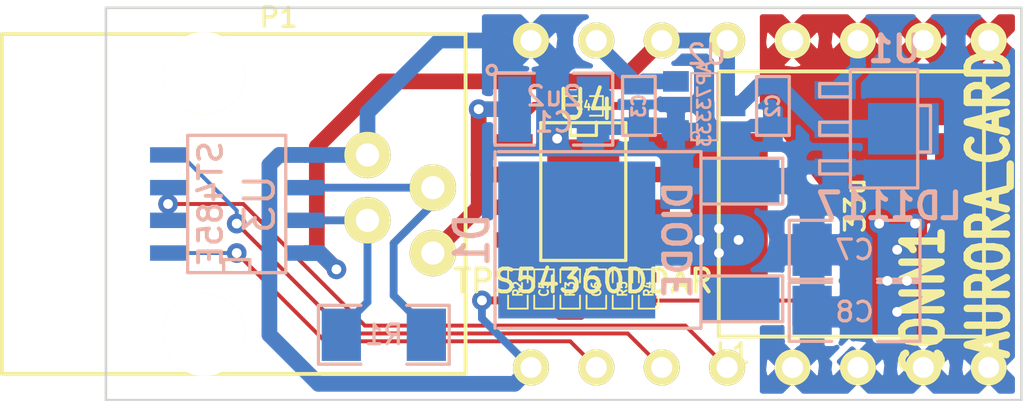
<source format=kicad_pcb>
(kicad_pcb (version 3) (host pcbnew "(2013-jul-07)-stable")

  (general
    (links 57)
    (no_connects 0)
    (area 183.692599 138.8316 224.950892 158.800001)
    (thickness 1.6)
    (drawings 4)
    (tracks 135)
    (zones 0)
    (modules 21)
    (nets 17)
  )

  (page A3)
  (layers
    (15 F.Cu signal)
    (0 B.Cu signal)
    (16 B.Adhes user)
    (17 F.Adhes user)
    (18 B.Paste user)
    (19 F.Paste user)
    (20 B.SilkS user)
    (21 F.SilkS user)
    (22 B.Mask user)
    (23 F.Mask user)
    (24 Dwgs.User user)
    (25 Cmts.User user)
    (26 Eco1.User user)
    (27 Eco2.User user)
    (28 Edge.Cuts user)
  )

  (setup
    (last_trace_width 0.61)
    (user_trace_width 0.305)
    (user_trace_width 0.61)
    (user_trace_width 2)
    (trace_clearance 0.1524)
    (zone_clearance 0.2)
    (zone_45_only no)
    (trace_min 0.1524)
    (segment_width 0.2)
    (edge_width 0.1)
    (via_size 0.762)
    (via_drill 0.381)
    (via_min_size 0.762)
    (via_min_drill 0.381)
    (uvia_size 0.508)
    (uvia_drill 0.127)
    (uvias_allowed no)
    (uvia_min_size 0.508)
    (uvia_min_drill 0.127)
    (pcb_text_width 0.3)
    (pcb_text_size 1.5 1.5)
    (mod_edge_width 0.15)
    (mod_text_size 1 1)
    (mod_text_width 0.15)
    (pad_size 1.5 1.5)
    (pad_drill 0.6)
    (pad_to_mask_clearance 0)
    (aux_axis_origin 0 0)
    (visible_elements FFFFFFBF)
    (pcbplotparams
      (layerselection 284196865)
      (usegerberextensions true)
      (excludeedgelayer true)
      (linewidth 0.150000)
      (plotframeref false)
      (viasonmask false)
      (mode 1)
      (useauxorigin false)
      (hpglpennumber 1)
      (hpglpenspeed 20)
      (hpglpendiameter 15)
      (hpglpenoverlay 2)
      (psnegative false)
      (psa4output false)
      (plotreference true)
      (plotvalue true)
      (plotothertext true)
      (plotinvisibletext false)
      (padsonsilk false)
      (subtractmaskfromsilk false)
      (outputformat 1)
      (mirror false)
      (drillshape 0)
      (scaleselection 1)
      (outputdirectory gerber/))
  )

  (net 0 "")
  (net 1 +12V)
  (net 2 +3.3V)
  (net 3 +5V)
  (net 4 /48V)
  (net 5 GND)
  (net 6 N-0000010)
  (net 7 N-0000012)
  (net 8 N-0000013)
  (net 9 N-0000015)
  (net 10 N-0000016)
  (net 11 N-0000017)
  (net 12 N-000003)
  (net 13 N-000004)
  (net 14 N-000006)
  (net 15 N-000008)
  (net 16 N-000009)

  (net_class Default "This is the default net class."
    (clearance 0.1524)
    (trace_width 0.1524)
    (via_dia 0.762)
    (via_drill 0.381)
    (uvia_dia 0.508)
    (uvia_drill 0.127)
    (add_net "")
    (add_net +12V)
    (add_net +3.3V)
    (add_net +5V)
    (add_net /48V)
    (add_net GND)
    (add_net N-0000010)
    (add_net N-0000012)
    (add_net N-0000013)
    (add_net N-0000015)
    (add_net N-0000016)
    (add_net N-0000017)
    (add_net N-000003)
    (add_net N-000004)
    (add_net N-000006)
    (add_net N-000008)
    (add_net N-000009)
  )

  (module SOT23 (layer B.Cu) (tedit 5051A6D7) (tstamp 52CAB8DF)
    (at 211.201 147.32 90)
    (tags SOT23)
    (path /52CAB3D0)
    (fp_text reference U2 (at 1.99898 0.09906 360) (layer B.SilkS)
      (effects (font (size 0.762 0.762) (thickness 0.11938)) (justify mirror))
    )
    (fp_text value AP73333 (at 0.0635 0 90) (layer B.SilkS)
      (effects (font (size 0.50038 0.50038) (thickness 0.09906)) (justify mirror))
    )
    (fp_circle (center -1.17602 -0.35052) (end -1.30048 -0.44958) (layer B.SilkS) (width 0.07874))
    (fp_line (start 1.27 0.508) (end 1.27 -0.508) (layer B.SilkS) (width 0.07874))
    (fp_line (start -1.3335 0.508) (end -1.3335 -0.508) (layer B.SilkS) (width 0.07874))
    (fp_line (start 1.27 -0.508) (end -1.3335 -0.508) (layer B.SilkS) (width 0.07874))
    (fp_line (start -1.3335 0.508) (end 1.27 0.508) (layer B.SilkS) (width 0.07874))
    (pad 3 smd rect (at 0 1.09982 90) (size 0.8001 1.00076)
      (layers B.Cu B.Paste B.Mask)
      (net 3 +5V)
    )
    (pad 2 smd rect (at 0.9525 -1.09982 90) (size 0.8001 1.00076)
      (layers B.Cu B.Paste B.Mask)
      (net 2 +3.3V)
    )
    (pad 1 smd rect (at -0.9525 -1.09982 90) (size 0.8001 1.00076)
      (layers B.Cu B.Paste B.Mask)
      (net 5 GND)
    )
    (model smd\SOT23_3.wrl
      (at (xyz 0 0 0))
      (scale (xyz 0.4 0.4 0.4))
      (rotate (xyz 0 0 180))
    )
  )

  (module SO8E (layer B.Cu) (tedit 4F33A5C7) (tstamp 52CAB903)
    (at 193.04 151.13 90)
    (descr "module CMS SOJ 8 pins etroit")
    (tags "CMS SOJ")
    (path /52CAB0FD)
    (attr smd)
    (fp_text reference U3 (at 0 0.889 90) (layer B.SilkS)
      (effects (font (size 1.143 1.143) (thickness 0.1524)) (justify mirror))
    )
    (fp_text value ST485E (at 0 -1.016 90) (layer B.SilkS)
      (effects (font (size 0.889 0.889) (thickness 0.1524)) (justify mirror))
    )
    (fp_line (start -2.667 -1.778) (end -2.667 -1.905) (layer B.SilkS) (width 0.127))
    (fp_line (start -2.667 -1.905) (end 2.667 -1.905) (layer B.SilkS) (width 0.127))
    (fp_line (start 2.667 1.905) (end -2.667 1.905) (layer B.SilkS) (width 0.127))
    (fp_line (start -2.667 1.905) (end -2.667 -1.778) (layer B.SilkS) (width 0.127))
    (fp_line (start -2.667 0.508) (end -2.159 0.508) (layer B.SilkS) (width 0.127))
    (fp_line (start -2.159 0.508) (end -2.159 -0.508) (layer B.SilkS) (width 0.127))
    (fp_line (start -2.159 -0.508) (end -2.667 -0.508) (layer B.SilkS) (width 0.127))
    (fp_line (start 2.667 1.905) (end 2.667 -1.905) (layer B.SilkS) (width 0.127))
    (pad 8 smd rect (at -1.905 2.667 90) (size 0.59944 1.39954)
      (layers B.Cu B.Paste B.Mask)
      (net 3 +5V)
    )
    (pad 1 smd rect (at -1.905 -2.667 90) (size 0.59944 1.39954)
      (layers B.Cu B.Paste B.Mask)
      (net 12 N-000003)
    )
    (pad 7 smd rect (at -0.635 2.667 90) (size 0.59944 1.39954)
      (layers B.Cu B.Paste B.Mask)
      (net 14 N-000006)
    )
    (pad 6 smd rect (at 0.635 2.667 90) (size 0.59944 1.39954)
      (layers B.Cu B.Paste B.Mask)
      (net 11 N-0000017)
    )
    (pad 5 smd rect (at 1.905 2.667 90) (size 0.59944 1.39954)
      (layers B.Cu B.Paste B.Mask)
      (net 5 GND)
    )
    (pad 2 smd rect (at -0.635 -2.667 90) (size 0.59944 1.39954)
      (layers B.Cu B.Paste B.Mask)
      (net 13 N-000004)
    )
    (pad 3 smd rect (at 0.635 -2.667 90) (size 0.59944 1.39954)
      (layers B.Cu B.Paste B.Mask)
      (net 13 N-000004)
    )
    (pad 4 smd rect (at 1.905 -2.667 90) (size 0.59944 1.39954)
      (layers B.Cu B.Paste B.Mask)
      (net 15 N-000008)
    )
    (model smd/cms_so8.wrl
      (at (xyz 0 0 0))
      (scale (xyz 0.5 0.32 0.5))
      (rotate (xyz 0 0 0))
    )
  )

  (module SO8_WITH_EP (layer F.Cu) (tedit 4F33A7F1) (tstamp 52CAB917)
    (at 206.502 150.622 270)
    (descr "SO8 with exposed pad")
    (tags "SMD SO8")
    (path /51CE9211)
    (attr smd)
    (fp_text reference U4 (at -3.35026 -0.09906 360) (layer F.SilkS)
      (effects (font (size 1.143 1.143) (thickness 0.1524)))
    )
    (fp_text value TPS54360DDAR (at 3.50012 0 360) (layer F.SilkS)
      (effects (font (size 0.889 0.889) (thickness 0.1524)))
    )
    (fp_line (start 2.70002 1.651) (end -2.64922 1.651) (layer F.SilkS) (width 0.127))
    (fp_line (start -2.64922 -1.651) (end 2.70002 -1.651) (layer F.SilkS) (width 0.127))
    (fp_line (start 2.70002 -1.651) (end 2.70002 1.651) (layer F.SilkS) (width 0.127))
    (fp_line (start -2.64922 -1.651) (end -2.64922 1.651) (layer F.SilkS) (width 0.127))
    (fp_line (start -2.667 -0.508) (end -2.159 -0.508) (layer F.SilkS) (width 0.127))
    (fp_line (start -2.159 -0.508) (end -2.159 0.508) (layer F.SilkS) (width 0.127))
    (fp_line (start -2.159 0.508) (end -2.667 0.508) (layer F.SilkS) (width 0.127))
    (pad 8 smd rect (at -1.905 -2.667 270) (size 0.59944 1.39954)
      (layers F.Cu F.Paste F.Mask)
      (net 10 N-0000016)
    )
    (pad 1 smd rect (at -1.905 2.667 270) (size 0.59944 1.39954)
      (layers F.Cu F.Paste F.Mask)
      (net 9 N-0000015)
    )
    (pad 7 smd rect (at -0.635 -2.667 270) (size 0.59944 1.39954)
      (layers F.Cu F.Paste F.Mask)
      (net 5 GND)
    )
    (pad 6 smd rect (at 0.635 -2.667 270) (size 0.59944 1.39954)
      (layers F.Cu F.Paste F.Mask)
      (net 8 N-0000013)
    )
    (pad 5 smd rect (at 1.905 -2.667 270) (size 0.59944 1.39954)
      (layers F.Cu F.Paste F.Mask)
      (net 7 N-0000012)
    )
    (pad 2 smd rect (at -0.635 2.667 270) (size 0.59944 1.39954)
      (layers F.Cu F.Paste F.Mask)
      (net 4 /48V)
    )
    (pad 3 smd rect (at 0.635 2.667 270) (size 0.59944 1.39954)
      (layers F.Cu F.Paste F.Mask)
    )
    (pad 4 smd rect (at 1.905 2.667 270) (size 0.59944 1.39954)
      (layers F.Cu F.Paste F.Mask)
      (net 6 N-0000010)
    )
    (pad 9 smd rect (at 0 0 270) (size 4.0005 2.79908)
      (layers F.Cu F.Paste F.Mask)
      (net 5 GND)
    )
    (model smd/cms_so8.wrl
      (at (xyz 0 0 0))
      (scale (xyz 0.5 0.32 0.5))
      (rotate (xyz 0 0 0))
    )
  )

  (module SM1210 (layer B.Cu) (tedit 42806E94) (tstamp 52CAB924)
    (at 205.359 147.447)
    (tags "CMS SM")
    (path /51CE927E)
    (attr smd)
    (fp_text reference C1 (at 0 0.508) (layer B.SilkS)
      (effects (font (size 0.762 0.762) (thickness 0.127)) (justify mirror))
    )
    (fp_text value 2u2 (at 0 -0.508) (layer B.SilkS)
      (effects (font (size 0.762 0.762) (thickness 0.127)) (justify mirror))
    )
    (fp_circle (center -2.413 -1.524) (end -2.286 -1.397) (layer B.SilkS) (width 0.127))
    (fp_line (start -0.762 1.397) (end -2.286 1.397) (layer B.SilkS) (width 0.127))
    (fp_line (start -2.286 1.397) (end -2.286 -1.397) (layer B.SilkS) (width 0.127))
    (fp_line (start -2.286 -1.397) (end -0.762 -1.397) (layer B.SilkS) (width 0.127))
    (fp_line (start 0.762 -1.397) (end 2.286 -1.397) (layer B.SilkS) (width 0.127))
    (fp_line (start 2.286 -1.397) (end 2.286 1.397) (layer B.SilkS) (width 0.127))
    (fp_line (start 2.286 1.397) (end 0.762 1.397) (layer B.SilkS) (width 0.127))
    (pad 1 smd rect (at -1.524 0) (size 1.27 2.54)
      (layers B.Cu B.Paste B.Mask)
      (net 4 /48V)
    )
    (pad 2 smd rect (at 1.524 0) (size 1.27 2.54)
      (layers B.Cu B.Paste B.Mask)
      (net 5 GND)
    )
    (model smd/chip_cms.wrl
      (at (xyz 0 0 0))
      (scale (xyz 0.17 0.2 0.17))
      (rotate (xyz 0 0 0))
    )
  )

  (module SM1206 (layer B.Cu) (tedit 42806E24) (tstamp 52CAB930)
    (at 198.755 156.21)
    (path /52CAAE2F)
    (attr smd)
    (fp_text reference R1 (at 0 0) (layer B.SilkS)
      (effects (font (size 0.762 0.762) (thickness 0.127)) (justify mirror))
    )
    (fp_text value 120R (at 0 0) (layer B.SilkS) hide
      (effects (font (size 0.762 0.762) (thickness 0.127)) (justify mirror))
    )
    (fp_line (start -2.54 1.143) (end -2.54 -1.143) (layer B.SilkS) (width 0.127))
    (fp_line (start -2.54 -1.143) (end -0.889 -1.143) (layer B.SilkS) (width 0.127))
    (fp_line (start 0.889 1.143) (end 2.54 1.143) (layer B.SilkS) (width 0.127))
    (fp_line (start 2.54 1.143) (end 2.54 -1.143) (layer B.SilkS) (width 0.127))
    (fp_line (start 2.54 -1.143) (end 0.889 -1.143) (layer B.SilkS) (width 0.127))
    (fp_line (start -0.889 1.143) (end -2.54 1.143) (layer B.SilkS) (width 0.127))
    (pad 1 smd rect (at -1.651 0) (size 1.524 2.032)
      (layers B.Cu B.Paste B.Mask)
      (net 14 N-000006)
    )
    (pad 2 smd rect (at 1.651 0) (size 1.524 2.032)
      (layers B.Cu B.Paste B.Mask)
      (net 11 N-0000017)
    )
    (model smd/chip_cms.wrl
      (at (xyz 0 0 0))
      (scale (xyz 0.17 0.16 0.16))
      (rotate (xyz 0 0 0))
    )
  )

  (module SM1206 (layer B.Cu) (tedit 42806E24) (tstamp 52CAD10F)
    (at 217.043 155.321 180)
    (path /51CE973A)
    (attr smd)
    (fp_text reference C8 (at 0 0 180) (layer B.SilkS)
      (effects (font (size 0.762 0.762) (thickness 0.127)) (justify mirror))
    )
    (fp_text value 10u (at 0 0 180) (layer B.SilkS) hide
      (effects (font (size 0.762 0.762) (thickness 0.127)) (justify mirror))
    )
    (fp_line (start -2.54 1.143) (end -2.54 -1.143) (layer B.SilkS) (width 0.127))
    (fp_line (start -2.54 -1.143) (end -0.889 -1.143) (layer B.SilkS) (width 0.127))
    (fp_line (start 0.889 1.143) (end 2.54 1.143) (layer B.SilkS) (width 0.127))
    (fp_line (start 2.54 1.143) (end 2.54 -1.143) (layer B.SilkS) (width 0.127))
    (fp_line (start 2.54 -1.143) (end 0.889 -1.143) (layer B.SilkS) (width 0.127))
    (fp_line (start -0.889 1.143) (end -2.54 1.143) (layer B.SilkS) (width 0.127))
    (pad 1 smd rect (at -1.651 0 180) (size 1.524 2.032)
      (layers B.Cu B.Paste B.Mask)
      (net 1 +12V)
    )
    (pad 2 smd rect (at 1.651 0 180) (size 1.524 2.032)
      (layers B.Cu B.Paste B.Mask)
      (net 5 GND)
    )
    (model smd/chip_cms.wrl
      (at (xyz 0 0 0))
      (scale (xyz 0.17 0.16 0.16))
      (rotate (xyz 0 0 0))
    )
  )

  (module SM1206 (layer B.Cu) (tedit 42806E24) (tstamp 52CAD11C)
    (at 217.043 152.908 180)
    (path /51CE9442)
    (attr smd)
    (fp_text reference C7 (at 0 0 180) (layer B.SilkS)
      (effects (font (size 0.762 0.762) (thickness 0.127)) (justify mirror))
    )
    (fp_text value 10u (at 0 0 180) (layer B.SilkS) hide
      (effects (font (size 0.762 0.762) (thickness 0.127)) (justify mirror))
    )
    (fp_line (start -2.54 1.143) (end -2.54 -1.143) (layer B.SilkS) (width 0.127))
    (fp_line (start -2.54 -1.143) (end -0.889 -1.143) (layer B.SilkS) (width 0.127))
    (fp_line (start 0.889 1.143) (end 2.54 1.143) (layer B.SilkS) (width 0.127))
    (fp_line (start 2.54 1.143) (end 2.54 -1.143) (layer B.SilkS) (width 0.127))
    (fp_line (start 2.54 -1.143) (end 0.889 -1.143) (layer B.SilkS) (width 0.127))
    (fp_line (start -0.889 1.143) (end -2.54 1.143) (layer B.SilkS) (width 0.127))
    (pad 1 smd rect (at -1.651 0 180) (size 1.524 2.032)
      (layers B.Cu B.Paste B.Mask)
      (net 1 +12V)
    )
    (pad 2 smd rect (at 1.651 0 180) (size 1.524 2.032)
      (layers B.Cu B.Paste B.Mask)
      (net 5 GND)
    )
    (model smd/chip_cms.wrl
      (at (xyz 0 0 0))
      (scale (xyz 0.17 0.16 0.16))
      (rotate (xyz 0 0 0))
    )
  )

  (module SM0603 (layer B.Cu) (tedit 4E43A3D1) (tstamp 52CAB952)
    (at 213.868 147.32 270)
    (path /52CAB636)
    (attr smd)
    (fp_text reference C2 (at 0 0 270) (layer B.SilkS)
      (effects (font (size 0.508 0.4572) (thickness 0.1143)) (justify mirror))
    )
    (fp_text value 2u2 (at 0 0 270) (layer B.SilkS) hide
      (effects (font (size 0.508 0.4572) (thickness 0.1143)) (justify mirror))
    )
    (fp_line (start -1.143 0.635) (end 1.143 0.635) (layer B.SilkS) (width 0.127))
    (fp_line (start 1.143 0.635) (end 1.143 -0.635) (layer B.SilkS) (width 0.127))
    (fp_line (start 1.143 -0.635) (end -1.143 -0.635) (layer B.SilkS) (width 0.127))
    (fp_line (start -1.143 -0.635) (end -1.143 0.635) (layer B.SilkS) (width 0.127))
    (pad 1 smd rect (at -0.762 0 270) (size 0.635 1.143)
      (layers B.Cu B.Paste B.Mask)
      (net 3 +5V)
    )
    (pad 2 smd rect (at 0.762 0 270) (size 0.635 1.143)
      (layers B.Cu B.Paste B.Mask)
      (net 5 GND)
    )
    (model smd\resistors\R0603.wrl
      (at (xyz 0 0 0.001))
      (scale (xyz 0.5 0.5 0.5))
      (rotate (xyz 0 0 0))
    )
  )

  (module SM0603 (layer B.Cu) (tedit 4E43A3D1) (tstamp 52CADAF7)
    (at 208.661 147.32 270)
    (path /52CAB629)
    (attr smd)
    (fp_text reference C3 (at 0 0 270) (layer B.SilkS)
      (effects (font (size 0.508 0.4572) (thickness 0.1143)) (justify mirror))
    )
    (fp_text value 1u (at 0 0 270) (layer B.SilkS) hide
      (effects (font (size 0.508 0.4572) (thickness 0.1143)) (justify mirror))
    )
    (fp_line (start -1.143 0.635) (end 1.143 0.635) (layer B.SilkS) (width 0.127))
    (fp_line (start 1.143 0.635) (end 1.143 -0.635) (layer B.SilkS) (width 0.127))
    (fp_line (start 1.143 -0.635) (end -1.143 -0.635) (layer B.SilkS) (width 0.127))
    (fp_line (start -1.143 -0.635) (end -1.143 0.635) (layer B.SilkS) (width 0.127))
    (pad 1 smd rect (at -0.762 0 270) (size 0.635 1.143)
      (layers B.Cu B.Paste B.Mask)
      (net 2 +3.3V)
    )
    (pad 2 smd rect (at 0.762 0 270) (size 0.635 1.143)
      (layers B.Cu B.Paste B.Mask)
      (net 5 GND)
    )
    (model smd\resistors\R0603.wrl
      (at (xyz 0 0 0.001))
      (scale (xyz 0.5 0.5 0.5))
      (rotate (xyz 0 0 0))
    )
  )

  (module SM0402 (layer F.Cu) (tedit 50A4E0BA) (tstamp 52CAB968)
    (at 208.026 154.432 270)
    (path /51CE9411)
    (attr smd)
    (fp_text reference R5 (at 0 0 270) (layer F.SilkS)
      (effects (font (size 0.35052 0.3048) (thickness 0.07112)))
    )
    (fp_text value 10k2 (at 0.09906 0 270) (layer F.SilkS) hide
      (effects (font (size 0.35052 0.3048) (thickness 0.07112)))
    )
    (fp_line (start -0.254 -0.381) (end -0.762 -0.381) (layer F.SilkS) (width 0.07112))
    (fp_line (start -0.762 -0.381) (end -0.762 0.381) (layer F.SilkS) (width 0.07112))
    (fp_line (start -0.762 0.381) (end -0.254 0.381) (layer F.SilkS) (width 0.07112))
    (fp_line (start 0.254 -0.381) (end 0.762 -0.381) (layer F.SilkS) (width 0.07112))
    (fp_line (start 0.762 -0.381) (end 0.762 0.381) (layer F.SilkS) (width 0.07112))
    (fp_line (start 0.762 0.381) (end 0.254 0.381) (layer F.SilkS) (width 0.07112))
    (pad 1 smd rect (at -0.44958 0 270) (size 0.39878 0.59944)
      (layers F.Cu F.Paste F.Mask)
      (net 7 N-0000012)
    )
    (pad 2 smd rect (at 0.44958 0 270) (size 0.39878 0.59944)
      (layers F.Cu F.Paste F.Mask)
      (net 5 GND)
    )
    (model smd\chip_cms.wrl
      (at (xyz 0 0 0.002))
      (scale (xyz 0.05 0.05 0.05))
      (rotate (xyz 0 0 0))
    )
  )

  (module SM0402 (layer F.Cu) (tedit 50A4E0BA) (tstamp 52CAB980)
    (at 209.042 154.432 90)
    (path /51CE9402)
    (attr smd)
    (fp_text reference R4 (at 0 0 90) (layer F.SilkS)
      (effects (font (size 0.35052 0.3048) (thickness 0.07112)))
    )
    (fp_text value 143k (at 0.09906 0 90) (layer F.SilkS) hide
      (effects (font (size 0.35052 0.3048) (thickness 0.07112)))
    )
    (fp_line (start -0.254 -0.381) (end -0.762 -0.381) (layer F.SilkS) (width 0.07112))
    (fp_line (start -0.762 -0.381) (end -0.762 0.381) (layer F.SilkS) (width 0.07112))
    (fp_line (start -0.762 0.381) (end -0.254 0.381) (layer F.SilkS) (width 0.07112))
    (fp_line (start 0.254 -0.381) (end 0.762 -0.381) (layer F.SilkS) (width 0.07112))
    (fp_line (start 0.762 -0.381) (end 0.762 0.381) (layer F.SilkS) (width 0.07112))
    (fp_line (start 0.762 0.381) (end 0.254 0.381) (layer F.SilkS) (width 0.07112))
    (pad 1 smd rect (at -0.44958 0 90) (size 0.39878 0.59944)
      (layers F.Cu F.Paste F.Mask)
      (net 1 +12V)
    )
    (pad 2 smd rect (at 0.44958 0 90) (size 0.39878 0.59944)
      (layers F.Cu F.Paste F.Mask)
      (net 7 N-0000012)
    )
    (model smd\chip_cms.wrl
      (at (xyz 0 0 0.002))
      (scale (xyz 0.05 0.05 0.05))
      (rotate (xyz 0 0 0))
    )
  )

  (module SM0402 (layer F.Cu) (tedit 50A4E0BA) (tstamp 52CAB98C)
    (at 203.962 154.432 270)
    (path /51CE936E)
    (attr smd)
    (fp_text reference R2 (at 0 0 270) (layer F.SilkS)
      (effects (font (size 0.35052 0.3048) (thickness 0.07112)))
    )
    (fp_text value 221k (at 0.09906 0 270) (layer F.SilkS) hide
      (effects (font (size 0.35052 0.3048) (thickness 0.07112)))
    )
    (fp_line (start -0.254 -0.381) (end -0.762 -0.381) (layer F.SilkS) (width 0.07112))
    (fp_line (start -0.762 -0.381) (end -0.762 0.381) (layer F.SilkS) (width 0.07112))
    (fp_line (start -0.762 0.381) (end -0.254 0.381) (layer F.SilkS) (width 0.07112))
    (fp_line (start 0.254 -0.381) (end 0.762 -0.381) (layer F.SilkS) (width 0.07112))
    (fp_line (start 0.762 -0.381) (end 0.762 0.381) (layer F.SilkS) (width 0.07112))
    (fp_line (start 0.762 0.381) (end 0.254 0.381) (layer F.SilkS) (width 0.07112))
    (pad 1 smd rect (at -0.44958 0 270) (size 0.39878 0.59944)
      (layers F.Cu F.Paste F.Mask)
      (net 6 N-0000010)
    )
    (pad 2 smd rect (at 0.44958 0 270) (size 0.39878 0.59944)
      (layers F.Cu F.Paste F.Mask)
      (net 5 GND)
    )
    (model smd\chip_cms.wrl
      (at (xyz 0 0 0.002))
      (scale (xyz 0.05 0.05 0.05))
      (rotate (xyz 0 0 0))
    )
  )

  (module SM0402 (layer F.Cu) (tedit 50A4E0BA) (tstamp 52CAB998)
    (at 207.01 154.432 270)
    (path /51CE9313)
    (attr smd)
    (fp_text reference C6 (at 0 0 270) (layer F.SilkS)
      (effects (font (size 0.35052 0.3048) (thickness 0.07112)))
    )
    (fp_text value 120p (at 0.09906 0 270) (layer F.SilkS) hide
      (effects (font (size 0.35052 0.3048) (thickness 0.07112)))
    )
    (fp_line (start -0.254 -0.381) (end -0.762 -0.381) (layer F.SilkS) (width 0.07112))
    (fp_line (start -0.762 -0.381) (end -0.762 0.381) (layer F.SilkS) (width 0.07112))
    (fp_line (start -0.762 0.381) (end -0.254 0.381) (layer F.SilkS) (width 0.07112))
    (fp_line (start 0.254 -0.381) (end 0.762 -0.381) (layer F.SilkS) (width 0.07112))
    (fp_line (start 0.762 -0.381) (end 0.762 0.381) (layer F.SilkS) (width 0.07112))
    (fp_line (start 0.762 0.381) (end 0.254 0.381) (layer F.SilkS) (width 0.07112))
    (pad 1 smd rect (at -0.44958 0 270) (size 0.39878 0.59944)
      (layers F.Cu F.Paste F.Mask)
      (net 8 N-0000013)
    )
    (pad 2 smd rect (at 0.44958 0 270) (size 0.39878 0.59944)
      (layers F.Cu F.Paste F.Mask)
      (net 5 GND)
    )
    (model smd\chip_cms.wrl
      (at (xyz 0 0 0.002))
      (scale (xyz 0.05 0.05 0.05))
      (rotate (xyz 0 0 0))
    )
  )

  (module SM0402 (layer F.Cu) (tedit 50A4E0BA) (tstamp 52CAB9A4)
    (at 204.978 154.432 270)
    (path /51CE9304)
    (attr smd)
    (fp_text reference C5 (at 0 0 270) (layer F.SilkS)
      (effects (font (size 0.35052 0.3048) (thickness 0.07112)))
    )
    (fp_text value 5n6 (at 0.09906 0 270) (layer F.SilkS) hide
      (effects (font (size 0.35052 0.3048) (thickness 0.07112)))
    )
    (fp_line (start -0.254 -0.381) (end -0.762 -0.381) (layer F.SilkS) (width 0.07112))
    (fp_line (start -0.762 -0.381) (end -0.762 0.381) (layer F.SilkS) (width 0.07112))
    (fp_line (start -0.762 0.381) (end -0.254 0.381) (layer F.SilkS) (width 0.07112))
    (fp_line (start 0.254 -0.381) (end 0.762 -0.381) (layer F.SilkS) (width 0.07112))
    (fp_line (start 0.762 -0.381) (end 0.762 0.381) (layer F.SilkS) (width 0.07112))
    (fp_line (start 0.762 0.381) (end 0.254 0.381) (layer F.SilkS) (width 0.07112))
    (pad 1 smd rect (at -0.44958 0 270) (size 0.39878 0.59944)
      (layers F.Cu F.Paste F.Mask)
      (net 16 N-000009)
    )
    (pad 2 smd rect (at 0.44958 0 270) (size 0.39878 0.59944)
      (layers F.Cu F.Paste F.Mask)
      (net 5 GND)
    )
    (model smd\chip_cms.wrl
      (at (xyz 0 0 0.002))
      (scale (xyz 0.05 0.05 0.05))
      (rotate (xyz 0 0 0))
    )
  )

  (module SM0402 (layer F.Cu) (tedit 50A4E0BA) (tstamp 52CAB9B0)
    (at 205.994 154.432 270)
    (path /51CE92F5)
    (attr smd)
    (fp_text reference R3 (at 0 0 270) (layer F.SilkS)
      (effects (font (size 0.35052 0.3048) (thickness 0.07112)))
    )
    (fp_text value 6K19 (at 0.09906 0 270) (layer F.SilkS) hide
      (effects (font (size 0.35052 0.3048) (thickness 0.07112)))
    )
    (fp_line (start -0.254 -0.381) (end -0.762 -0.381) (layer F.SilkS) (width 0.07112))
    (fp_line (start -0.762 -0.381) (end -0.762 0.381) (layer F.SilkS) (width 0.07112))
    (fp_line (start -0.762 0.381) (end -0.254 0.381) (layer F.SilkS) (width 0.07112))
    (fp_line (start 0.254 -0.381) (end 0.762 -0.381) (layer F.SilkS) (width 0.07112))
    (fp_line (start 0.762 -0.381) (end 0.762 0.381) (layer F.SilkS) (width 0.07112))
    (fp_line (start 0.762 0.381) (end 0.254 0.381) (layer F.SilkS) (width 0.07112))
    (pad 1 smd rect (at -0.44958 0 270) (size 0.39878 0.59944)
      (layers F.Cu F.Paste F.Mask)
      (net 8 N-0000013)
    )
    (pad 2 smd rect (at 0.44958 0 270) (size 0.39878 0.59944)
      (layers F.Cu F.Paste F.Mask)
      (net 16 N-000009)
    )
    (model smd\chip_cms.wrl
      (at (xyz 0 0 0.002))
      (scale (xyz 0.05 0.05 0.05))
      (rotate (xyz 0 0 0))
    )
  )

  (module SM0402 (layer F.Cu) (tedit 50A4E0BA) (tstamp 52CAB9BC)
    (at 206.502 147.32)
    (path /51CE92C2)
    (attr smd)
    (fp_text reference C4 (at 0 0) (layer F.SilkS)
      (effects (font (size 0.35052 0.3048) (thickness 0.07112)))
    )
    (fp_text value 100n (at 0.09906 0) (layer F.SilkS) hide
      (effects (font (size 0.35052 0.3048) (thickness 0.07112)))
    )
    (fp_line (start -0.254 -0.381) (end -0.762 -0.381) (layer F.SilkS) (width 0.07112))
    (fp_line (start -0.762 -0.381) (end -0.762 0.381) (layer F.SilkS) (width 0.07112))
    (fp_line (start -0.762 0.381) (end -0.254 0.381) (layer F.SilkS) (width 0.07112))
    (fp_line (start 0.254 -0.381) (end 0.762 -0.381) (layer F.SilkS) (width 0.07112))
    (fp_line (start 0.762 -0.381) (end 0.762 0.381) (layer F.SilkS) (width 0.07112))
    (fp_line (start 0.762 0.381) (end 0.254 0.381) (layer F.SilkS) (width 0.07112))
    (pad 1 smd rect (at -0.44958 0) (size 0.39878 0.59944)
      (layers F.Cu F.Paste F.Mask)
      (net 9 N-0000015)
    )
    (pad 2 smd rect (at 0.44958 0) (size 0.39878 0.59944)
      (layers F.Cu F.Paste F.Mask)
      (net 10 N-0000016)
    )
    (model smd\chip_cms.wrl
      (at (xyz 0 0 0.002))
      (scale (xyz 0.05 0.05 0.05))
      (rotate (xyz 0 0 0))
    )
  )

  (module MSS1210 (layer F.Cu) (tedit 51F0D498) (tstamp 52CAB9C6)
    (at 216.916 151.13 270)
    (path /51CE93F3)
    (fp_text reference L1 (at 5.8 4.6 540) (layer F.SilkS)
      (effects (font (size 0.762 0.762) (thickness 0.13)))
    )
    (fp_text value 33u (at 0.05 -0.15 270) (layer F.SilkS)
      (effects (font (size 0.762 0.762) (thickness 0.13)))
    )
    (fp_line (start -5.15 -5.15) (end 5.15 -5.15) (layer F.SilkS) (width 0.15))
    (fp_line (start 5.15 -5.15) (end 5.15 5.15) (layer F.SilkS) (width 0.15))
    (fp_line (start 5.15 5.15) (end -5.15 5.15) (layer F.SilkS) (width 0.15))
    (fp_line (start -5.15 5.15) (end -5.15 -5.15) (layer F.SilkS) (width 0.15))
    (pad 1 smd rect (at 0 4.75 270) (size 5.5 3)
      (layers F.Cu F.Paste F.Mask)
      (net 10 N-0000016)
    )
    (pad 2 smd rect (at 0 -4.75 270) (size 5.5 3)
      (layers F.Cu F.Paste F.Mask)
      (net 1 +12V)
    )
  )

  (module DPAK2 (layer B.Cu) (tedit 451BAACE) (tstamp 52CAD16E)
    (at 212.598 152.527 270)
    (descr "MOS boitier DPACK G-D-S")
    (tags "CMD DPACK")
    (path /51CE9396)
    (attr smd)
    (fp_text reference D1 (at 0 10.414 270) (layer B.SilkS)
      (effects (font (size 1.27 1.016) (thickness 0.2032)) (justify mirror))
    )
    (fp_text value DIODE (at 0 2.413 270) (layer B.SilkS)
      (effects (font (size 1.016 1.016) (thickness 0.2032)) (justify mirror))
    )
    (fp_line (start 1.397 1.524) (end 1.397 -1.651) (layer B.SilkS) (width 0.127))
    (fp_line (start 1.397 -1.651) (end 3.175 -1.651) (layer B.SilkS) (width 0.127))
    (fp_line (start 3.175 -1.651) (end 3.175 1.524) (layer B.SilkS) (width 0.127))
    (fp_line (start -3.175 1.524) (end -3.175 -1.651) (layer B.SilkS) (width 0.127))
    (fp_line (start -3.175 -1.651) (end -1.397 -1.651) (layer B.SilkS) (width 0.127))
    (fp_line (start -1.397 -1.651) (end -1.397 1.524) (layer B.SilkS) (width 0.127))
    (fp_line (start 3.429 7.62) (end 3.429 1.524) (layer B.SilkS) (width 0.127))
    (fp_line (start 3.429 1.524) (end -3.429 1.524) (layer B.SilkS) (width 0.127))
    (fp_line (start -3.429 1.524) (end -3.429 9.398) (layer B.SilkS) (width 0.127))
    (fp_line (start -3.429 9.525) (end 3.429 9.525) (layer B.SilkS) (width 0.127))
    (fp_line (start 3.429 9.398) (end 3.429 7.62) (layer B.SilkS) (width 0.127))
    (pad 1 smd rect (at -2.286 0 270) (size 1.651 3.048)
      (layers B.Cu B.Paste B.Mask)
      (net 5 GND)
    )
    (pad 2 smd rect (at 0 6.35 270) (size 6.096 6.096)
      (layers B.Cu B.Paste B.Mask)
      (net 10 N-0000016)
    )
    (pad 3 smd rect (at 2.286 0 270) (size 1.651 3.048)
      (layers B.Cu B.Paste B.Mask)
    )
    (model smd/dpack_2.wrl
      (at (xyz 0 0 0))
      (scale (xyz 1 1 1))
      (rotate (xyz 0 0 0))
    )
  )

  (module AURORA_CARD (layer F.Cu) (tedit 52C95AA5) (tstamp 52CAD0F1)
    (at 213.36 151.13)
    (descr "16 pins 0.5\" spacing")
    (tags AURORA)
    (path /52CAB429)
    (fp_text reference CONN1 (at 6.35 3.81 90) (layer F.SilkS)
      (effects (font (size 1.524 1.143) (thickness 0.28702)))
    )
    (fp_text value AURORA_CARD (at 8.89 0 90) (layer F.SilkS)
      (effects (font (size 1.524 1.143) (thickness 0.28702)))
    )
    (pad 1 thru_hole circle (at -8.89 6.35) (size 1.397 1.397) (drill 0.8128)
      (layers *.Cu *.Mask F.SilkS)
      (net 5 GND)
    )
    (pad 2 thru_hole circle (at -6.35 6.35) (size 1.397 1.397) (drill 0.8128)
      (layers *.Cu *.Mask F.SilkS)
      (net 12 N-000003)
    )
    (pad 3 thru_hole circle (at -3.81 6.35) (size 1.397 1.397) (drill 0.8128)
      (layers *.Cu *.Mask F.SilkS)
      (net 15 N-000008)
    )
    (pad 4 thru_hole circle (at -1.27 6.35) (size 1.397 1.397) (drill 0.8128)
      (layers *.Cu *.Mask F.SilkS)
      (net 13 N-000004)
    )
    (pad 5 thru_hole circle (at 1.27 6.35) (size 1.397 1.397) (drill 0.8128)
      (layers *.Cu *.Mask F.SilkS)
      (net 5 GND)
    )
    (pad 6 thru_hole circle (at 3.81 6.35) (size 1.397 1.397) (drill 0.8128)
      (layers *.Cu *.Mask F.SilkS)
      (net 5 GND)
    )
    (pad 7 thru_hole circle (at 6.35 6.35) (size 1.397 1.397) (drill 0.8128)
      (layers *.Cu *.Mask F.SilkS)
      (net 5 GND)
    )
    (pad 8 thru_hole circle (at 8.89 6.35) (size 1.397 1.397) (drill 0.8128)
      (layers *.Cu *.Mask F.SilkS)
      (net 5 GND)
    )
    (pad 9 thru_hole circle (at 8.89 -6.35) (size 1.397 1.397) (drill 0.8128)
      (layers *.Cu *.Mask F.SilkS)
      (net 1 +12V)
    )
    (pad 10 thru_hole circle (at 6.35 -6.35) (size 1.397 1.397) (drill 0.8128)
      (layers *.Cu *.Mask F.SilkS)
      (net 1 +12V)
    )
    (pad 11 thru_hole circle (at 3.81 -6.35) (size 1.397 1.397) (drill 0.8128)
      (layers *.Cu *.Mask F.SilkS)
      (net 1 +12V)
    )
    (pad 12 thru_hole circle (at 1.27 -6.35) (size 1.397 1.397) (drill 0.8128)
      (layers *.Cu *.Mask F.SilkS)
      (net 1 +12V)
    )
    (pad 13 thru_hole circle (at -1.27 -6.35) (size 1.397 1.397) (drill 0.8128)
      (layers *.Cu *.Mask F.SilkS)
      (net 3 +5V)
    )
    (pad 14 thru_hole circle (at -3.81 -6.35) (size 1.397 1.397) (drill 0.8128)
      (layers *.Cu *.Mask F.SilkS)
      (net 3 +5V)
    )
    (pad 15 thru_hole circle (at -6.35 -6.35) (size 1.397 1.397) (drill 0.8128)
      (layers *.Cu *.Mask F.SilkS)
      (net 2 +3.3V)
    )
    (pad 16 thru_hole circle (at -8.89 -6.35) (size 1.397 1.397) (drill 0.8128)
      (layers *.Cu *.Mask F.SilkS)
      (net 5 GND)
    )
    (model dil/dil_16.wrl
      (at (xyz 0 0 0))
      (scale (xyz 1 1 1))
      (rotate (xyz 0 0 0))
    )
  )

  (module Assman-6p4c (layer F.Cu) (tedit 51F0D3EB) (tstamp 52CAD821)
    (at 191.77 151.13 270)
    (path /51CE88DA)
    (fp_text reference P1 (at -7.25 -2.9 360) (layer F.SilkS)
      (effects (font (size 0.762 0.762) (thickness 0.13)))
    )
    (fp_text value "Modular Jack In" (at -11.7 -2.8 360) (layer F.SilkS) hide
      (effects (font (size 0.762 0.762) (thickness 0.13)))
    )
    (fp_line (start -6.6 -10.16) (end 6.6 -10.16) (layer F.SilkS) (width 0.15))
    (fp_line (start 6.6 -10.16) (end 6.6 7.85) (layer F.SilkS) (width 0.15))
    (fp_line (start 6.6 7.85) (end -6.6 7.85) (layer F.SilkS) (width 0.15))
    (fp_line (start -6.6 7.85) (end -6.6 -10.16) (layer F.SilkS) (width 0.15))
    (pad "" np_thru_hole circle (at -5.08 0 270) (size 3.2 3.2) (drill 3.2)
      (layers *.Cu *.Mask F.SilkS)
    )
    (pad "" np_thru_hole circle (at 5.08 0 270) (size 3.2 3.2) (drill 3.2)
      (layers *.Cu *.Mask F.SilkS)
    )
    (pad 1 thru_hole circle (at -1.905 -6.35 270) (size 1.8 1.8) (drill 0.9)
      (layers *.Cu *.Mask F.SilkS)
      (net 5 GND)
      (zone_connect 2)
    )
    (pad 2 thru_hole circle (at -0.635 -8.89 270) (size 1.8 1.8) (drill 0.9)
      (layers *.Cu *.Mask F.SilkS)
      (net 11 N-0000017)
    )
    (pad 3 thru_hole circle (at 0.635 -6.35 270) (size 1.8 1.8) (drill 0.9)
      (layers *.Cu *.Mask F.SilkS)
      (net 14 N-000006)
    )
    (pad 4 thru_hole circle (at 1.905 -8.89 270) (size 1.8 1.8) (drill 0.9)
      (layers *.Cu *.Mask F.SilkS)
      (net 4 /48V)
    )
  )

  (module sot89 (layer B.Cu) (tedit 50BDE90B) (tstamp 52CAD102)
    (at 218.186 148.209 90)
    (descr SOT89)
    (path /52CAB3E2)
    (attr smd)
    (fp_text reference U1 (at 3.0988 0.39878 360) (layer B.SilkS)
      (effects (font (size 1.00076 1.00076) (thickness 0.20066)) (justify mirror))
    )
    (fp_text value LD1117 (at -2.99974 0.20066 360) (layer B.SilkS)
      (effects (font (size 1.00076 1.00076) (thickness 0.20066)) (justify mirror))
    )
    (fp_line (start 1.2446 -2.5019) (end 1.7526 -2.5019) (layer B.SilkS) (width 0.127))
    (fp_line (start 1.7526 -2.5019) (end 1.7526 -1.3081) (layer B.SilkS) (width 0.127))
    (fp_line (start 1.2446 -2.5019) (end 1.2446 -1.3081) (layer B.SilkS) (width 0.127))
    (fp_line (start -0.254 -2.5019) (end -0.254 -1.3081) (layer B.SilkS) (width 0.127))
    (fp_line (start 0.254 -2.5019) (end 0.254 -1.3081) (layer B.SilkS) (width 0.127))
    (fp_line (start -0.254 -2.5019) (end 0.254 -2.5019) (layer B.SilkS) (width 0.127))
    (fp_line (start -1.7526 -2.5019) (end -1.2446 -2.5019) (layer B.SilkS) (width 0.127))
    (fp_line (start -1.2446 -2.5019) (end -1.2446 -1.3081) (layer B.SilkS) (width 0.127))
    (fp_line (start -1.7526 -2.5019) (end -1.7526 -1.3081) (layer B.SilkS) (width 0.127))
    (fp_line (start -0.9017 1.8034) (end 0.9017 1.8034) (layer B.SilkS) (width 0.127))
    (fp_line (start 0.9017 1.8034) (end 0.9017 1.3081) (layer B.SilkS) (width 0.127))
    (fp_line (start -0.9017 1.8034) (end -0.9017 1.3081) (layer B.SilkS) (width 0.127))
    (fp_line (start -2.2987 -1.3081) (end -2.2987 1.3081) (layer B.SilkS) (width 0.127))
    (fp_line (start -2.2987 1.3081) (end 2.2987 1.3081) (layer B.SilkS) (width 0.127))
    (fp_line (start 2.2987 1.3081) (end 2.2987 -1.3081) (layer B.SilkS) (width 0.127))
    (fp_line (start 2.2987 -1.3081) (end -2.2987 -1.3081) (layer B.SilkS) (width 0.127))
    (pad 1 smd rect (at -1.50114 -1.89992 90) (size 0.70104 1.6002)
      (layers B.Cu B.Paste B.Mask)
      (net 5 GND)
    )
    (pad 2 smd rect (at 0 -1.651 90) (size 0.70104 2.10058)
      (layers B.Cu B.Paste B.Mask)
      (net 3 +5V)
    )
    (pad 3 smd rect (at 1.50114 -1.89992 90) (size 0.70104 1.6002)
      (layers B.Cu B.Paste B.Mask)
      (net 1 +12V)
    )
    (pad 2 smd rect (at 0 0.7493 90) (size 1.99898 2.75082)
      (layers B.Cu B.Paste B.Mask)
      (net 3 +5V)
    )
    (model smd/smd_transistors/sot89.wrl
      (at (xyz 0 0 0))
      (scale (xyz 1 1 1))
      (rotate (xyz 0 0 0))
    )
  )

  (gr_line (start 223.52 158.75) (end 187.96 158.75) (angle 90) (layer Edge.Cuts) (width 0.1))
  (gr_line (start 187.96 143.51) (end 223.52 143.51) (angle 90) (layer Edge.Cuts) (width 0.1))
  (gr_line (start 223.52 158.75) (end 223.52 143.51) (angle 90) (layer Edge.Cuts) (width 0.1))
  (gr_line (start 187.96 143.51) (end 187.96 158.75) (angle 90) (layer Edge.Cuts) (width 0.1))

  (segment (start 209.042 154.88158) (end 218.25458 154.88158) (width 0.1524) (layer F.Cu) (net 1))
  (via (at 218.694 155.321) (size 0.762) (layers F.Cu B.Cu) (net 1))
  (segment (start 218.25458 154.88158) (end 218.694 155.321) (width 0.1524) (layer F.Cu) (net 1) (tstamp 52CAE3E8))
  (via (at 217.9955 151.892) (size 0.762) (layers F.Cu B.Cu) (net 1))
  (via (at 218.694 152.908) (size 0.762) (layers F.Cu B.Cu) (net 1))
  (segment (start 218.694 152.908) (end 218.694 152.5905) (width 0.61) (layer B.Cu) (net 1))
  (via (at 219.3925 151.892) (size 0.762) (layers F.Cu B.Cu) (net 1))
  (segment (start 218.694 152.908) (end 218.694 152.654) (width 0.61) (layer B.Cu) (net 1))
  (segment (start 218.313 154.1145) (end 219.075 154.1145) (width 0.61) (layer B.Cu) (net 1))
  (segment (start 218.694 153.289) (end 219.075 154.1145) (width 0.61) (layer B.Cu) (net 1) (tstamp 52CAE1EA))
  (via (at 219.075 154.1145) (size 0.762) (layers F.Cu B.Cu) (net 1))
  (segment (start 218.694 152.908) (end 218.694 153.289) (width 0.61) (layer B.Cu) (net 1))
  (segment (start 218.694 153.4795) (end 218.313 154.1145) (width 0.61) (layer B.Cu) (net 1) (tstamp 52CAE219))
  (via (at 218.313 154.1145) (size 0.762) (layers F.Cu B.Cu) (net 1))
  (segment (start 218.694 152.908) (end 218.694 153.4795) (width 0.61) (layer B.Cu) (net 1))
  (segment (start 218.694 152.908) (end 218.694 152.527) (width 0.61) (layer B.Cu) (net 1))
  (segment (start 217.17 144.78) (end 217.17 145.82394) (width 0.61) (layer B.Cu) (net 1))
  (segment (start 217.17 145.82394) (end 216.28608 146.70786) (width 0.61) (layer B.Cu) (net 1) (tstamp 52CAE146))
  (segment (start 210.10118 146.3675) (end 208.8515 146.3675) (width 0.61) (layer B.Cu) (net 2))
  (segment (start 208.8515 146.3675) (end 208.661 146.558) (width 0.61) (layer B.Cu) (net 2) (tstamp 52CAE1A7))
  (segment (start 207.01 144.78) (end 207.01 144.907) (width 0.61) (layer B.Cu) (net 2))
  (segment (start 207.01 144.907) (end 208.661 146.558) (width 0.61) (layer B.Cu) (net 2) (tstamp 52CAE1A2))
  (segment (start 213.868 146.558) (end 213.2965 146.558) (width 0.61) (layer B.Cu) (net 3))
  (segment (start 212.5345 147.32) (end 212.30082 147.32) (width 0.61) (layer B.Cu) (net 3) (tstamp 52CAE786))
  (segment (start 213.2965 146.558) (end 212.5345 147.32) (width 0.61) (layer B.Cu) (net 3) (tstamp 52CAE77F))
  (segment (start 216.535 148.209) (end 218.9353 148.209) (width 0.61) (layer B.Cu) (net 3))
  (segment (start 195.707 153.035) (end 196.2785 153.035) (width 0.61) (layer B.Cu) (net 3))
  (segment (start 207.9625 146.3675) (end 209.55 144.78) (width 0.61) (layer F.Cu) (net 3) (tstamp 52CAE475))
  (segment (start 198.6915 146.3675) (end 207.9625 146.3675) (width 0.61) (layer F.Cu) (net 3) (tstamp 52CAE472))
  (segment (start 196.1515 148.9075) (end 198.6915 146.3675) (width 0.61) (layer F.Cu) (net 3) (tstamp 52CAE46F))
  (segment (start 196.1515 152.908) (end 196.1515 148.9075) (width 0.61) (layer F.Cu) (net 3) (tstamp 52CAE46C))
  (segment (start 196.9135 153.67) (end 196.1515 152.908) (width 0.61) (layer F.Cu) (net 3) (tstamp 52CAE46B))
  (via (at 196.9135 153.67) (size 0.762) (layers F.Cu B.Cu) (net 3))
  (segment (start 196.2785 153.035) (end 196.9135 153.67) (width 0.61) (layer B.Cu) (net 3) (tstamp 52CAE465))
  (segment (start 213.868 146.558) (end 214.122 146.558) (width 0.61) (layer B.Cu) (net 3))
  (segment (start 215.773 148.209) (end 216.535 148.209) (width 0.61) (layer B.Cu) (net 3) (tstamp 52CAE143))
  (segment (start 214.122 146.558) (end 215.773 148.209) (width 0.61) (layer B.Cu) (net 3) (tstamp 52CAE142))
  (segment (start 209.55 144.78) (end 212.09 144.78) (width 0.61) (layer B.Cu) (net 3))
  (segment (start 212.09 144.78) (end 212.09 147.10918) (width 0.61) (layer B.Cu) (net 3) (tstamp 52CAE10D))
  (segment (start 212.09 147.10918) (end 212.30082 147.32) (width 0.61) (layer B.Cu) (net 3) (tstamp 52CAE10E))
  (segment (start 202.438 149.987) (end 202.438 147.447) (width 0.61) (layer F.Cu) (net 4) (tstamp 52CAE0C9))
  (via (at 202.438 147.447) (size 0.762) (layers F.Cu B.Cu) (net 4))
  (segment (start 202.438 147.447) (end 203.835 147.447) (width 0.61) (layer B.Cu) (net 4) (tstamp 52CAE0C6))
  (segment (start 202.438 149.987) (end 203.835 149.987) (width 0.61) (layer F.Cu) (net 4))
  (segment (start 200.66 153.035) (end 202.438 151.257) (width 0.61) (layer F.Cu) (net 4))
  (segment (start 202.438 151.257) (end 202.438 149.987) (width 0.61) (layer F.Cu) (net 4) (tstamp 52CAE0B5))
  (segment (start 208.661 148.082) (end 209.91068 148.082) (width 0.61) (layer B.Cu) (net 5))
  (segment (start 209.91068 148.082) (end 210.10118 148.2725) (width 0.61) (layer B.Cu) (net 5) (tstamp 52CAE836))
  (segment (start 206.883 147.447) (end 207.5815 148.1455) (width 0.61) (layer B.Cu) (net 5))
  (segment (start 208.5975 148.1455) (end 208.661 148.082) (width 0.61) (layer B.Cu) (net 5) (tstamp 52CAE832))
  (segment (start 207.5815 148.1455) (end 208.5975 148.1455) (width 0.61) (layer B.Cu) (net 5) (tstamp 52CAE82F))
  (segment (start 203.962 154.88158) (end 203.95692 154.8765) (width 0.305) (layer F.Cu) (net 5))
  (segment (start 202.565 155.575) (end 204.47 157.48) (width 0.305) (layer B.Cu) (net 5) (tstamp 52CAE437))
  (segment (start 202.565 154.8765) (end 202.565 155.575) (width 0.305) (layer B.Cu) (net 5) (tstamp 52CAE436))
  (via (at 202.565 154.8765) (size 0.762) (layers F.Cu B.Cu) (net 5))
  (segment (start 203.95692 154.8765) (end 202.565 154.8765) (width 0.305) (layer F.Cu) (net 5) (tstamp 52CAE42C))
  (segment (start 204.978 154.88158) (end 205.569714 155.473294) (width 0.305) (layer F.Cu) (net 5))
  (segment (start 206.418286 155.473294) (end 207.01 154.88158) (width 0.305) (layer F.Cu) (net 5) (tstamp 52CAE41A))
  (segment (start 205.569714 155.473294) (end 206.418286 155.473294) (width 0.305) (layer F.Cu) (net 5) (tstamp 52CAE415))
  (segment (start 203.962 154.88158) (end 204.978 154.88158) (width 0.305) (layer F.Cu) (net 5))
  (segment (start 208.026 154.88158) (end 207.01 154.88158) (width 0.305) (layer F.Cu) (net 5))
  (segment (start 209.169 149.987) (end 207.137 149.987) (width 0.61) (layer F.Cu) (net 5))
  (segment (start 207.137 149.987) (end 206.502 150.622) (width 0.61) (layer F.Cu) (net 5) (tstamp 52CADF0F))
  (segment (start 206.502 150.622) (end 205.486 149.606) (width 0.61) (layer F.Cu) (net 5))
  (via (at 205.486 148.59) (size 0.762) (layers F.Cu B.Cu) (net 5))
  (segment (start 205.486 149.606) (end 205.486 148.59) (width 0.61) (layer F.Cu) (net 5) (tstamp 52CADEF8))
  (segment (start 198.12 149.225) (end 198.12 147.574) (width 0.61) (layer B.Cu) (net 5))
  (segment (start 200.914 144.78) (end 204.47 144.78) (width 0.61) (layer B.Cu) (net 5) (tstamp 52CADECE))
  (segment (start 198.12 147.574) (end 200.914 144.78) (width 0.61) (layer B.Cu) (net 5) (tstamp 52CADEC2))
  (segment (start 195.707 149.225) (end 194.691 149.225) (width 0.61) (layer B.Cu) (net 5))
  (segment (start 194.691 149.225) (end 194.31 149.606) (width 0.61) (layer B.Cu) (net 5) (tstamp 52CADE9E))
  (segment (start 194.31 149.606) (end 194.31 156.21) (width 0.61) (layer B.Cu) (net 5) (tstamp 52CADEA3))
  (segment (start 203.835 158.115) (end 204.47 157.48) (width 0.61) (layer B.Cu) (net 5) (tstamp 52CADE86))
  (segment (start 196.215 158.115) (end 203.835 158.115) (width 0.61) (layer B.Cu) (net 5) (tstamp 52CADE83))
  (segment (start 194.31 156.21) (end 196.215 158.115) (width 0.61) (layer B.Cu) (net 5) (tstamp 52CADE81))
  (segment (start 198.12 149.225) (end 195.707 149.225) (width 0.61) (layer B.Cu) (net 5))
  (segment (start 203.835 152.527) (end 203.835 153.85542) (width 0.1524) (layer F.Cu) (net 6))
  (segment (start 203.835 153.85542) (end 203.962 153.98242) (width 0.1524) (layer F.Cu) (net 6) (tstamp 52CACEF3))
  (segment (start 209.169 152.527) (end 209.169 153.85542) (width 0.1524) (layer F.Cu) (net 7))
  (segment (start 209.169 153.85542) (end 209.042 153.98242) (width 0.1524) (layer F.Cu) (net 7) (tstamp 52CAE3E2))
  (segment (start 209.042 153.98242) (end 208.026 153.98242) (width 0.1524) (layer F.Cu) (net 7))
  (segment (start 209.169 151.257) (end 208.788 151.257) (width 0.1524) (layer F.Cu) (net 8))
  (segment (start 207.14208 153.98242) (end 207.01 153.98242) (width 0.1524) (layer F.Cu) (net 8) (tstamp 52CAE3DF))
  (segment (start 208.2165 152.908) (end 207.14208 153.98242) (width 0.1524) (layer F.Cu) (net 8) (tstamp 52CAE3DB))
  (segment (start 208.2165 151.8285) (end 208.2165 152.908) (width 0.1524) (layer F.Cu) (net 8) (tstamp 52CAE3D9))
  (segment (start 208.788 151.257) (end 208.2165 151.8285) (width 0.1524) (layer F.Cu) (net 8) (tstamp 52CAE3D6))
  (segment (start 207.01 153.98242) (end 205.994 153.98242) (width 0.1524) (layer F.Cu) (net 8))
  (segment (start 207.20558 153.98242) (end 207.01 153.98242) (width 0.1524) (layer F.Cu) (net 8) (tstamp 52CACF12))
  (segment (start 206.05242 147.32) (end 204.597 147.32) (width 0.305) (layer F.Cu) (net 9))
  (segment (start 203.835 148.082) (end 203.835 148.717) (width 0.305) (layer F.Cu) (net 9) (tstamp 52CACD32))
  (segment (start 204.597 147.32) (end 203.835 148.082) (width 0.305) (layer F.Cu) (net 9) (tstamp 52CACD31))
  (segment (start 206.248 152.527) (end 212.5345 152.527) (width 2) (layer B.Cu) (net 10))
  (via (at 212.5345 152.527) (size 0.762) (layers F.Cu B.Cu) (net 10))
  (segment (start 212.5345 152.527) (end 212.47989 152.58161) (width 0.61) (layer B.Cu) (net 10))
  (via (at 211.7725 153.035) (size 0.762) (layers F.Cu B.Cu) (net 10))
  (via (at 211.7725 152.0825) (size 0.762) (layers F.Cu B.Cu) (net 10))
  (via (at 211.0105 152.527) (size 0.762) (layers F.Cu B.Cu) (net 10))
  (segment (start 209.169 148.717) (end 210.566 148.717) (width 0.61) (layer F.Cu) (net 10))
  (segment (start 212.166 150.317) (end 212.166 151.13) (width 0.61) (layer F.Cu) (net 10) (tstamp 52CADFBC))
  (segment (start 210.566 148.717) (end 212.166 150.317) (width 0.61) (layer F.Cu) (net 10) (tstamp 52CADFB7))
  (segment (start 206.95158 147.32) (end 208.407 147.32) (width 0.305) (layer F.Cu) (net 10))
  (segment (start 209.169 148.082) (end 209.169 148.717) (width 0.305) (layer F.Cu) (net 10) (tstamp 52CACD36))
  (segment (start 208.407 147.32) (end 209.169 148.082) (width 0.305) (layer F.Cu) (net 10) (tstamp 52CACD35))
  (segment (start 199.136 152.654) (end 199.136 154.686) (width 0.305) (layer B.Cu) (net 11) (tstamp 52CACA0B))
  (segment (start 200.66 151.13) (end 199.136 152.654) (width 0.305) (layer B.Cu) (net 11) (tstamp 52CACA08))
  (segment (start 200.66 150.495) (end 200.66 151.13) (width 0.305) (layer B.Cu) (net 11))
  (segment (start 200.406 155.956) (end 200.406 156.21) (width 0.305) (layer B.Cu) (net 11) (tstamp 52CACA0E))
  (segment (start 199.136 154.686) (end 200.406 155.956) (width 0.305) (layer B.Cu) (net 11) (tstamp 52CACA0C))
  (segment (start 200.66 150.495) (end 195.707 150.495) (width 0.305) (layer B.Cu) (net 11))
  (segment (start 196.469 156.464) (end 205.994 156.464) (width 0.1524) (layer F.Cu) (net 12))
  (segment (start 196.469 156.464) (end 193.04 153.035) (width 0.1524) (layer F.Cu) (net 12) (tstamp 52CACB24))
  (via (at 193.04 153.035) (size 0.762) (layers F.Cu B.Cu) (net 12))
  (segment (start 190.373 153.035) (end 193.04 153.035) (width 0.1524) (layer B.Cu) (net 12) (tstamp 52CACB2C))
  (segment (start 205.994 156.464) (end 207.01 157.48) (width 0.1524) (layer F.Cu) (net 12) (tstamp 52CAD960))
  (segment (start 198.018396 155.854396) (end 210.464396 155.854396) (width 0.1524) (layer F.Cu) (net 13))
  (via (at 190.373 151.13) (size 0.762) (layers F.Cu B.Cu) (net 13))
  (segment (start 190.373 151.13) (end 193.294 151.13) (width 0.1524) (layer F.Cu) (net 13) (tstamp 52CACB77))
  (segment (start 198.018396 155.854396) (end 193.294 151.13) (width 0.1524) (layer F.Cu) (net 13) (tstamp 52CACB6E))
  (segment (start 210.464396 155.854396) (end 212.09 157.48) (width 0.1524) (layer F.Cu) (net 13) (tstamp 52CAD96B))
  (segment (start 190.373 151.13) (end 190.373 151.765) (width 0.1524) (layer B.Cu) (net 13))
  (segment (start 190.373 150.495) (end 190.373 151.13) (width 0.1524) (layer B.Cu) (net 13))
  (segment (start 198.12 151.765) (end 198.12 154.94) (width 0.305) (layer B.Cu) (net 14))
  (segment (start 197.104 155.956) (end 197.104 156.21) (width 0.305) (layer B.Cu) (net 14) (tstamp 52CACA13))
  (segment (start 198.12 154.94) (end 197.104 155.956) (width 0.305) (layer B.Cu) (net 14) (tstamp 52CACA11))
  (segment (start 198.12 151.765) (end 195.707 151.765) (width 0.305) (layer B.Cu) (net 14))
  (segment (start 197.307198 156.159198) (end 208.229198 156.159198) (width 0.1524) (layer F.Cu) (net 15))
  (segment (start 197.307198 156.159198) (end 193.04 151.892) (width 0.1524) (layer F.Cu) (net 15) (tstamp 52CACB36))
  (via (at 193.04 151.892) (size 0.762) (layers F.Cu B.Cu) (net 15))
  (segment (start 193.04 151.892) (end 193.04 151.384) (width 0.1524) (layer B.Cu) (net 15) (tstamp 52CACB54))
  (segment (start 193.04 151.384) (end 190.881 149.225) (width 0.1524) (layer B.Cu) (net 15) (tstamp 52CACB55))
  (segment (start 190.373 149.225) (end 190.881 149.225) (width 0.1524) (layer B.Cu) (net 15) (tstamp 52CACB58))
  (segment (start 208.229198 156.159198) (end 209.55 157.48) (width 0.1524) (layer F.Cu) (net 15) (tstamp 52CAD967))
  (segment (start 204.978 153.98242) (end 205.03642 153.98242) (width 0.1524) (layer F.Cu) (net 16))
  (segment (start 205.93558 154.88158) (end 205.994 154.88158) (width 0.1524) (layer F.Cu) (net 16) (tstamp 52CACF19))
  (segment (start 205.03642 153.98242) (end 205.93558 154.88158) (width 0.1524) (layer F.Cu) (net 16) (tstamp 52CACF17))

  (zone (net 1) (net_name +12V) (layer F.Cu) (tstamp 52CADDCC) (hatch edge 0.508)
    (connect_pads (clearance 0.2))
    (min_thickness 0.2)
    (fill (arc_segments 16) (thermal_gap 0.31) (thermal_bridge_width 1.5))
    (polygon
      (pts
        (xy 213.36 143.51) (xy 213.36 147.32) (xy 217.17 152.4) (xy 217.17 156.21) (xy 223.52 156.21)
        (xy 223.52 143.51)
      )
    )
    (filled_polygon
      (pts
        (xy 223.17 156.11) (xy 221.756086 156.11) (xy 221.756086 144.78) (xy 221.319587 144.343502) (xy 221.175103 144.430739)
        (xy 221.123268 144.86867) (xy 221.175103 145.129261) (xy 221.319587 145.216498) (xy 221.756086 144.78) (xy 221.756086 156.11)
        (xy 221.016 156.11) (xy 221.016 154.1875) (xy 221.016 151.78) (xy 221.016 150.48) (xy 221.016 148.0725)
        (xy 220.9135 147.97) (xy 220.836732 147.969991) (xy 220.836732 144.69133) (xy 220.784897 144.430739) (xy 220.640413 144.343502)
        (xy 220.203914 144.78) (xy 220.640413 145.216498) (xy 220.784897 145.129261) (xy 220.836732 144.69133) (xy 220.836732 147.969991)
        (xy 220.247196 147.969929) (xy 220.146498 147.970016) (xy 220.146498 145.710413) (xy 219.71 145.273914) (xy 219.273502 145.710413)
        (xy 219.360739 145.854897) (xy 219.79867 145.906732) (xy 220.059261 145.854897) (xy 220.146498 145.710413) (xy 220.146498 147.970016)
        (xy 220.084088 147.970071) (xy 219.93345 148.032622) (xy 219.818216 148.148057) (xy 219.755929 148.298804) (xy 219.756 150.3775)
        (xy 219.8585 150.48) (xy 221.016 150.48) (xy 221.016 151.78) (xy 219.8585 151.78) (xy 219.756 151.8825)
        (xy 219.755929 153.961196) (xy 219.818216 154.111943) (xy 219.93345 154.227378) (xy 220.084088 154.289929) (xy 220.247196 154.290071)
        (xy 220.9135 154.29) (xy 221.016 154.1875) (xy 221.016 156.11) (xy 219.216086 156.11) (xy 219.216086 144.78)
        (xy 218.779587 144.343502) (xy 218.635103 144.430739) (xy 218.583268 144.86867) (xy 218.635103 145.129261) (xy 218.779587 145.216498)
        (xy 219.216086 144.78) (xy 219.216086 156.11) (xy 218.296732 156.11) (xy 218.296732 144.69133) (xy 218.244897 144.430739)
        (xy 218.100413 144.343502) (xy 217.663914 144.78) (xy 218.100413 145.216498) (xy 218.244897 145.129261) (xy 218.296732 144.69133)
        (xy 218.296732 156.11) (xy 217.606498 156.11) (xy 217.606498 145.710413) (xy 217.17 145.273914) (xy 216.733502 145.710413)
        (xy 216.820739 145.854897) (xy 217.25867 145.906732) (xy 217.519261 145.854897) (xy 217.606498 145.710413) (xy 217.606498 156.11)
        (xy 217.27 156.11) (xy 217.27 152.366667) (xy 216.676086 151.574781) (xy 216.676086 144.78) (xy 216.239587 144.343502)
        (xy 216.095103 144.430739) (xy 216.043268 144.86867) (xy 216.095103 145.129261) (xy 216.239587 145.216498) (xy 216.676086 144.78)
        (xy 216.676086 151.574781) (xy 215.756732 150.348976) (xy 215.756732 144.69133) (xy 215.704897 144.430739) (xy 215.560413 144.343502)
        (xy 215.123914 144.78) (xy 215.560413 145.216498) (xy 215.704897 145.129261) (xy 215.756732 144.69133) (xy 215.756732 150.348976)
        (xy 215.066498 149.428664) (xy 215.066498 145.710413) (xy 214.63 145.273914) (xy 214.193502 145.710413) (xy 214.280739 145.854897)
        (xy 214.71867 145.906732) (xy 214.979261 145.854897) (xy 215.066498 145.710413) (xy 215.066498 149.428664) (xy 214.136086 148.188115)
        (xy 214.136086 144.78) (xy 213.699587 144.343502) (xy 213.555103 144.430739) (xy 213.503268 144.86867) (xy 213.555103 145.129261)
        (xy 213.699587 145.216498) (xy 214.136086 144.78) (xy 214.136086 148.188115) (xy 213.46 147.286667) (xy 213.46 143.86)
        (xy 214.203914 143.86) (xy 214.63 144.286086) (xy 215.056085 143.86) (xy 216.743914 143.86) (xy 217.17 144.286086)
        (xy 217.596085 143.86) (xy 219.283914 143.86) (xy 219.71 144.286086) (xy 220.136085 143.86) (xy 221.823914 143.86)
        (xy 222.25 144.286086) (xy 222.676085 143.86) (xy 223.17 143.86) (xy 223.17 144.353914) (xy 222.743914 144.78)
        (xy 223.17 145.206085) (xy 223.17 147.970003) (xy 223.084804 147.969929) (xy 222.686498 147.969971) (xy 222.686498 145.710413)
        (xy 222.25 145.273914) (xy 221.813502 145.710413) (xy 221.900739 145.854897) (xy 222.33867 145.906732) (xy 222.599261 145.854897)
        (xy 222.686498 145.710413) (xy 222.686498 147.969971) (xy 222.4185 147.97) (xy 222.316 148.0725) (xy 222.316 150.48)
        (xy 222.336 150.48) (xy 222.336 151.78) (xy 222.316 151.78) (xy 222.316 154.1875) (xy 222.4185 154.29)
        (xy 223.084804 154.290071) (xy 223.17 154.289996) (xy 223.17 156.11)
      )
    )
  )
  (zone (net 5) (net_name GND) (layer B.Cu) (tstamp 52CADE39) (hatch edge 0.508)
    (connect_pads (clearance 0.2))
    (min_thickness 0.2)
    (fill (arc_segments 16) (thermal_gap 0.31) (thermal_bridge_width 1.5))
    (polygon
      (pts
        (xy 202.565 143.51) (xy 202.565 151.765) (xy 208.28 151.765) (xy 208.28 155.575) (xy 213.36 155.575)
        (xy 213.36 158.75) (xy 223.52 158.75) (xy 223.52 143.51)
      )
    )
    (filled_polygon
      (pts
        (xy 223.17 158.4) (xy 222.686498 158.4) (xy 222.686498 156.549587) (xy 222.599261 156.405103) (xy 222.16133 156.353268)
        (xy 221.900739 156.405103) (xy 221.813502 156.549587) (xy 222.25 156.986086) (xy 222.686498 156.549587) (xy 222.686498 158.4)
        (xy 222.676085 158.4) (xy 222.25 157.973914) (xy 221.823914 158.4) (xy 221.756086 158.4) (xy 221.756086 157.48)
        (xy 221.319587 157.043502) (xy 221.175103 157.130739) (xy 221.123268 157.56867) (xy 221.175103 157.829261) (xy 221.319587 157.916498)
        (xy 221.756086 157.48) (xy 221.756086 158.4) (xy 220.836732 158.4) (xy 220.836732 157.39133) (xy 220.784897 157.130739)
        (xy 220.640413 157.043502) (xy 220.203914 157.48) (xy 220.640413 157.916498) (xy 220.784897 157.829261) (xy 220.836732 157.39133)
        (xy 220.836732 158.4) (xy 220.146498 158.4) (xy 220.146498 156.549587) (xy 220.059261 156.405103) (xy 219.755972 156.369204)
        (xy 219.756052 156.277588) (xy 219.756052 154.245588) (xy 219.755886 154.245187) (xy 219.756118 153.979635) (xy 219.755952 153.979233)
        (xy 219.756052 153.864588) (xy 219.756052 152.478627) (xy 219.777752 152.469661) (xy 219.969487 152.278259) (xy 220.073382 152.028054)
        (xy 220.073618 151.757135) (xy 219.970161 151.506748) (xy 219.778759 151.315013) (xy 219.528554 151.211118) (xy 219.257635 151.210882)
        (xy 219.007248 151.314339) (xy 218.815513 151.505741) (xy 218.779716 151.591948) (xy 218.608364 151.591948) (xy 218.573161 151.506748)
        (xy 218.381759 151.315013) (xy 218.131554 151.211118) (xy 217.860635 151.210882) (xy 217.610248 151.314339) (xy 217.496251 151.428138)
        (xy 217.496251 150.141856) (xy 217.49618 149.9879) (xy 217.39368 149.8854) (xy 216.68613 149.8854) (xy 216.68613 150.36816)
        (xy 216.78863 150.47066) (xy 217.004984 150.470731) (xy 217.168092 150.470589) (xy 217.31873 150.408038) (xy 217.433964 150.292603)
        (xy 217.496251 150.141856) (xy 217.496251 151.428138) (xy 217.418513 151.505741) (xy 217.314618 151.755946) (xy 217.314382 152.026865)
        (xy 217.417839 152.277252) (xy 217.609241 152.468987) (xy 217.631948 152.478415) (xy 217.631948 153.983412) (xy 217.632113 153.983812)
        (xy 217.631882 154.249365) (xy 217.632047 154.249766) (xy 217.631948 154.364412) (xy 217.631948 156.396412) (xy 217.677524 156.506714)
        (xy 217.761842 156.591179) (xy 217.872065 156.636948) (xy 217.991412 156.637052) (xy 219.360966 156.637052) (xy 219.71 156.986086)
        (xy 220.146498 156.549587) (xy 220.146498 158.4) (xy 220.136085 158.4) (xy 219.71 157.973914) (xy 219.283914 158.4)
        (xy 219.216086 158.4) (xy 219.216086 157.48) (xy 218.779587 157.043502) (xy 218.635103 157.130739) (xy 218.583268 157.56867)
        (xy 218.635103 157.829261) (xy 218.779587 157.916498) (xy 219.216086 157.48) (xy 219.216086 158.4) (xy 218.296732 158.4)
        (xy 218.296732 157.39133) (xy 218.244897 157.130739) (xy 218.100413 157.043502) (xy 217.663914 157.48) (xy 218.100413 157.916498)
        (xy 218.244897 157.829261) (xy 218.296732 157.39133) (xy 218.296732 158.4) (xy 217.606498 158.4) (xy 217.606498 156.549587)
        (xy 217.519261 156.405103) (xy 217.08133 156.353268) (xy 216.982223 156.372981) (xy 216.831823 156.222581) (xy 216.564071 156.490333)
        (xy 216.513111 156.541292) (xy 216.563929 156.418912) (xy 216.564071 156.255804) (xy 216.564071 154.386196) (xy 216.563929 154.223088)
        (xy 216.518838 154.1145) (xy 216.563929 154.005912) (xy 216.564071 153.842804) (xy 216.564071 151.973196) (xy 216.563929 151.810088)
        (xy 216.501378 151.65945) (xy 216.385943 151.544216) (xy 216.235196 151.481929) (xy 215.88603 151.481997) (xy 215.88603 150.36816)
        (xy 215.88603 149.8854) (xy 215.88603 149.53488) (xy 215.88603 149.05212) (xy 215.78353 148.94962) (xy 215.567176 148.949549)
        (xy 215.404068 148.949691) (xy 215.25343 149.012242) (xy 215.138196 149.127677) (xy 215.075909 149.278424) (xy 215.07598 149.43238)
        (xy 215.17848 149.53488) (xy 215.88603 149.53488) (xy 215.88603 149.8854) (xy 215.17848 149.8854) (xy 215.07598 149.9879)
        (xy 215.075909 150.141856) (xy 215.138196 150.292603) (xy 215.25343 150.408038) (xy 215.404068 150.470589) (xy 215.567176 150.470731)
        (xy 215.78353 150.47066) (xy 215.88603 150.36816) (xy 215.88603 151.481997) (xy 215.8755 151.482) (xy 215.773 151.5845)
        (xy 215.773 152.4) (xy 216.4615 152.4) (xy 216.564 152.2975) (xy 216.564071 151.973196) (xy 216.564071 153.842804)
        (xy 216.564 153.5185) (xy 216.4615 153.416) (xy 215.773 153.416) (xy 215.773 153.9975) (xy 215.773 154.2315)
        (xy 215.773 154.813) (xy 216.4615 154.813) (xy 216.564 154.7105) (xy 216.564071 154.386196) (xy 216.564071 156.255804)
        (xy 216.564 155.9315) (xy 216.4615 155.829) (xy 215.773 155.829) (xy 215.773 156.6445) (xy 215.8755 156.747)
        (xy 216.235196 156.747071) (xy 216.358126 156.696277) (xy 215.912581 157.141823) (xy 216.074612 157.303854) (xy 216.043268 157.56867)
        (xy 216.095103 157.829261) (xy 216.239587 157.916498) (xy 216.676086 157.48) (xy 216.564071 157.367985) (xy 216.449281 157.253195)
        (xy 216.564071 157.138406) (xy 216.943195 156.759281) (xy 217.17 156.986086) (xy 217.606498 156.549587) (xy 217.606498 158.4)
        (xy 217.596085 158.4) (xy 217.17 157.973914) (xy 216.743914 158.4) (xy 216.676086 158.4) (xy 215.756732 158.4)
        (xy 215.756732 157.39133) (xy 215.704897 157.130739) (xy 215.560413 157.043502) (xy 215.123914 157.48) (xy 215.560413 157.916498)
        (xy 215.704897 157.829261) (xy 215.756732 157.39133) (xy 215.756732 158.4) (xy 215.056085 158.4) (xy 214.63 157.973914)
        (xy 214.203914 158.4) (xy 214.136086 158.4) (xy 214.136086 157.48) (xy 213.699587 157.043502) (xy 213.555103 157.130739)
        (xy 213.503268 157.56867) (xy 213.555103 157.829261) (xy 213.699587 157.916498) (xy 214.136086 157.48) (xy 214.136086 158.4)
        (xy 213.46 158.4) (xy 213.46 155.938552) (xy 214.181412 155.938552) (xy 214.22 155.922607) (xy 214.22 155.9315)
        (xy 214.219929 156.255804) (xy 214.220071 156.418912) (xy 214.241395 156.470265) (xy 214.193502 156.549587) (xy 214.63 156.986086)
        (xy 214.869077 156.747007) (xy 214.9085 156.747) (xy 215.011 156.6445) (xy 215.011 156.605085) (xy 215.066498 156.549587)
        (xy 215.011 156.457669) (xy 215.011 155.829) (xy 214.722 155.829) (xy 214.722 154.813) (xy 215.011 154.813)
        (xy 215.011 154.2315) (xy 215.011 153.9975) (xy 215.011 153.416) (xy 215.011 152.4) (xy 215.011 151.5845)
        (xy 214.9085 151.482) (xy 214.849571 151.481988) (xy 214.548804 151.481929) (xy 214.532071 151.488842) (xy 214.398057 151.544216)
        (xy 214.282622 151.65945) (xy 214.220071 151.810088) (xy 214.219929 151.973196) (xy 214.22 152.2975) (xy 214.3225 152.4)
        (xy 215.011 152.4) (xy 215.011 153.416) (xy 214.3225 153.416) (xy 214.22 153.5185) (xy 214.219959 153.703341)
        (xy 214.181935 153.687552) (xy 214.062588 153.687448) (xy 213.092742 153.687448) (xy 213.453739 153.446239) (xy 213.735543 153.024488)
        (xy 213.8345 152.527) (xy 213.735543 152.029512) (xy 213.453739 151.607761) (xy 213.248002 151.470292) (xy 213.248002 151.374002)
        (xy 213.3505 151.4765) (xy 214.040804 151.476571) (xy 214.203912 151.476429) (xy 214.35455 151.413878) (xy 214.469784 151.298443)
        (xy 214.532071 151.147696) (xy 214.532071 149.334304) (xy 214.469784 149.183557) (xy 214.35455 149.068122) (xy 214.203912 149.005571)
        (xy 214.040804 149.005429) (xy 213.58225 149.005476) (xy 213.58225 148.707) (xy 213.58225 148.24075) (xy 212.989 148.24075)
        (xy 212.8865 148.34325) (xy 212.886429 148.480696) (xy 212.948716 148.631443) (xy 213.06395 148.746878) (xy 213.214588 148.809429)
        (xy 213.377696 148.809571) (xy 213.47975 148.8095) (xy 213.58225 148.707) (xy 213.58225 149.005476) (xy 213.3505 149.0055)
        (xy 213.248 149.108) (xy 213.248 149.82825) (xy 214.4295 149.82825) (xy 214.532 149.72575) (xy 214.532071 149.334304)
        (xy 214.532071 151.147696) (xy 214.532 150.75625) (xy 214.4295 150.65375) (xy 213.248 150.65375) (xy 213.248 150.911)
        (xy 211.948 150.911) (xy 211.948 150.65375) (xy 211.948 149.82825) (xy 211.948 149.108) (xy 211.8455 149.0055)
        (xy 211.155196 149.005429) (xy 211.011631 149.005553) (xy 211.011631 148.753746) (xy 211.011631 147.791254) (xy 210.949344 147.640507)
        (xy 210.83411 147.525072) (xy 210.683472 147.462521) (xy 210.520364 147.462379) (xy 210.45387 147.46245) (xy 210.35137 147.56495)
        (xy 210.35137 148.072475) (xy 210.90906 148.072475) (xy 211.01156 147.969975) (xy 211.011631 147.791254) (xy 211.011631 148.753746)
        (xy 211.01156 148.575025) (xy 210.90906 148.472525) (xy 210.35137 148.472525) (xy 210.35137 148.98005) (xy 210.45387 149.08255)
        (xy 210.520364 149.082621) (xy 210.683472 149.082479) (xy 210.83411 149.019928) (xy 210.949344 148.904493) (xy 211.011631 148.753746)
        (xy 211.011631 149.005553) (xy 210.992088 149.005571) (xy 210.84145 149.068122) (xy 210.726216 149.183557) (xy 210.663929 149.334304)
        (xy 210.664 149.72575) (xy 210.7665 149.82825) (xy 211.948 149.82825) (xy 211.948 150.65375) (xy 210.7665 150.65375)
        (xy 210.664 150.75625) (xy 210.663929 151.147696) (xy 210.696696 151.227) (xy 209.85099 151.227) (xy 209.85099 148.98005)
        (xy 209.85099 148.472525) (xy 209.642566 148.472525) (xy 209.6425 148.34325) (xy 209.6008 148.30155) (xy 209.6008 148.072475)
        (xy 209.85099 148.072475) (xy 209.85099 147.56495) (xy 209.74849 147.46245) (xy 209.681996 147.462379) (xy 209.518888 147.462521)
        (xy 209.512866 147.465021) (xy 209.46505 147.417122) (xy 209.314412 147.354571) (xy 209.151304 147.354429) (xy 209.04925 147.3545)
        (xy 208.94675 147.457) (xy 208.94675 147.92325) (xy 209.190781 147.92325) (xy 209.1908 147.969975) (xy 209.1908 148.24075)
        (xy 208.94675 148.24075) (xy 208.94675 148.707) (xy 209.04925 148.8095) (xy 209.151304 148.809571) (xy 209.1908 148.809536)
        (xy 209.1908 148.922502) (xy 209.270993 148.922502) (xy 209.36825 149.019928) (xy 209.518888 149.082479) (xy 209.681996 149.082621)
        (xy 209.74849 149.08255) (xy 209.85099 148.98005) (xy 209.85099 151.227) (xy 209.596052 151.227) (xy 209.596052 149.419588)
        (xy 209.550476 149.309286) (xy 209.466158 149.224821) (xy 209.355935 149.179052) (xy 209.236588 149.178948) (xy 208.37525 149.178948)
        (xy 206.5655 149.178948) (xy 206.5655 149.0245) (xy 206.5655 148.082) (xy 205.9405 148.082) (xy 205.838 148.1845)
        (xy 205.837929 148.635804) (xy 205.838071 148.798912) (xy 205.900622 148.94955) (xy 206.016057 149.064784) (xy 206.166804 149.127071)
        (xy 206.463 149.127) (xy 206.5655 149.0245) (xy 206.5655 149.178948) (xy 205.596732 149.178948) (xy 205.596732 144.69133)
        (xy 205.544897 144.430739) (xy 205.400413 144.343502) (xy 204.963914 144.78) (xy 205.400413 145.216498) (xy 205.544897 145.129261)
        (xy 205.596732 144.69133) (xy 205.596732 149.178948) (xy 203.140588 149.178948) (xy 203.030286 149.224524) (xy 202.945821 149.308842)
        (xy 202.900052 149.419065) (xy 202.899948 149.538412) (xy 202.899948 151.665) (xy 202.665 151.665) (xy 202.665 148.090048)
        (xy 202.757086 148.052) (xy 202.899948 148.052) (xy 202.899948 148.776412) (xy 202.945524 148.886714) (xy 203.029842 148.971179)
        (xy 203.140065 149.016948) (xy 203.259412 149.017052) (xy 204.529412 149.017052) (xy 204.639714 148.971476) (xy 204.724179 148.887158)
        (xy 204.769948 148.776935) (xy 204.770052 148.657588) (xy 204.770052 146.117588) (xy 204.724476 146.007286) (xy 204.640158 145.922821)
        (xy 204.587568 145.900983) (xy 204.819261 145.854897) (xy 204.906498 145.710413) (xy 204.47 145.273914) (xy 204.033502 145.710413)
        (xy 204.120739 145.854897) (xy 204.307038 145.876948) (xy 203.976086 145.876948) (xy 203.976086 144.78) (xy 203.539587 144.343502)
        (xy 203.395103 144.430739) (xy 203.343268 144.86867) (xy 203.395103 145.129261) (xy 203.539587 145.216498) (xy 203.976086 144.78)
        (xy 203.976086 145.876948) (xy 203.140588 145.876948) (xy 203.030286 145.922524) (xy 202.945821 146.006842) (xy 202.900052 146.117065)
        (xy 202.899948 146.236412) (xy 202.899948 146.842) (xy 202.756796 146.842) (xy 202.665 146.803882) (xy 202.665 143.86)
        (xy 204.043914 143.86) (xy 204.47 144.286086) (xy 204.896085 143.86) (xy 206.621857 143.86) (xy 206.445135 143.93302)
        (xy 206.164007 144.213657) (xy 206.011674 144.580515) (xy 206.011328 144.977742) (xy 206.16302 145.344865) (xy 206.443657 145.625993)
        (xy 206.783239 145.767) (xy 206.463 145.767) (xy 206.166804 145.766929) (xy 206.016057 145.829216) (xy 205.900622 145.94445)
        (xy 205.838071 146.095088) (xy 205.837929 146.258196) (xy 205.838 146.7095) (xy 205.9405 146.812) (xy 206.5655 146.812)
        (xy 206.5655 146.777) (xy 207.2005 146.777) (xy 207.2005 146.812) (xy 207.518 146.812) (xy 207.518 148.082)
        (xy 207.2005 148.082) (xy 207.2005 149.0245) (xy 207.303 149.127) (xy 207.599196 149.127071) (xy 207.749943 149.064784)
        (xy 207.865378 148.94955) (xy 207.927929 148.798912) (xy 207.927948 148.776359) (xy 208.007588 148.809429) (xy 208.170696 148.809571)
        (xy 208.27275 148.8095) (xy 208.37525 148.707) (xy 208.37525 148.24075) (xy 208.0895 148.24075) (xy 208.0895 147.92325)
        (xy 208.37525 147.92325) (xy 208.37525 147.457) (xy 208.27275 147.3545) (xy 208.170696 147.354429) (xy 208.007588 147.354571)
        (xy 207.928 147.387619) (xy 207.928 147.133274) (xy 208.029565 147.175448) (xy 208.148912 147.175552) (xy 209.291912 147.175552)
        (xy 209.402214 147.129976) (xy 209.486679 147.045658) (xy 209.486912 147.045094) (xy 209.540865 147.067498) (xy 209.660212 147.067602)
        (xy 210.660972 147.067602) (xy 210.771274 147.022026) (xy 210.855739 146.937708) (xy 210.901508 146.827485) (xy 210.901612 146.708138)
        (xy 210.901612 145.908038) (xy 210.856036 145.797736) (xy 210.771718 145.713271) (xy 210.661495 145.667502) (xy 210.542148 145.667398)
        (xy 210.017045 145.667398) (xy 210.114865 145.62698) (xy 210.357268 145.385) (xy 211.283084 145.385) (xy 211.485 145.587268)
        (xy 211.485 147.109174) (xy 211.484999 147.10918) (xy 211.500388 147.186544) (xy 211.500388 147.779462) (xy 211.545964 147.889764)
        (xy 211.630282 147.974229) (xy 211.740505 148.019998) (xy 211.859852 148.020102) (xy 212.860612 148.020102) (xy 212.970914 147.974526)
        (xy 213.022279 147.92325) (xy 213.58225 147.92325) (xy 213.58225 147.457) (xy 213.47975 147.3545) (xy 213.377696 147.354429)
        (xy 213.355651 147.354448) (xy 213.534547 147.175552) (xy 213.883952 147.175552) (xy 214.159575 147.451174) (xy 214.15375 147.457)
        (xy 214.15375 147.92325) (xy 214.4395 147.92325) (xy 214.4395 148.24075) (xy 214.15375 148.24075) (xy 214.15375 148.707)
        (xy 214.25625 148.8095) (xy 214.358304 148.809571) (xy 214.521412 148.809429) (xy 214.67205 148.746878) (xy 214.6869 148.732002)
        (xy 214.8495 148.732002) (xy 214.8495 148.480867) (xy 214.849571 148.480696) (xy 214.8495 148.34325) (xy 214.8495 148.141099)
        (xy 215.184658 148.476257) (xy 215.184658 148.618932) (xy 215.230234 148.729234) (xy 215.314552 148.813699) (xy 215.424775 148.859468)
        (xy 215.544122 148.859572) (xy 217.259838 148.859572) (xy 217.259838 148.987787) (xy 217.168092 148.949691) (xy 217.004984 148.949549)
        (xy 216.78863 148.94962) (xy 216.68613 149.05212) (xy 216.68613 149.53488) (xy 217.39368 149.53488) (xy 217.443545 149.485014)
        (xy 217.499955 149.508438) (xy 217.619302 149.508542) (xy 220.370122 149.508542) (xy 220.480424 149.462966) (xy 220.564889 149.378648)
        (xy 220.610658 149.268425) (xy 220.610762 149.149078) (xy 220.610762 147.150098) (xy 220.565186 147.039796) (xy 220.480868 146.955331)
        (xy 220.370645 146.909562) (xy 220.251298 146.909458) (xy 217.500478 146.909458) (xy 217.390176 146.955034) (xy 217.386232 146.958971)
        (xy 217.386232 146.463307) (xy 217.597796 146.251742) (xy 217.597799 146.25174) (xy 217.5978 146.25174) (xy 217.728946 146.055464)
        (xy 217.728947 146.055463) (xy 217.775 145.82394) (xy 217.775 145.586915) (xy 218.015993 145.346343) (xy 218.168326 144.979485)
        (xy 218.168672 144.582258) (xy 218.01698 144.215135) (xy 217.736343 143.934007) (xy 217.558114 143.86) (xy 219.321857 143.86)
        (xy 219.145135 143.93302) (xy 218.864007 144.213657) (xy 218.711674 144.580515) (xy 218.711328 144.977742) (xy 218.86302 145.344865)
        (xy 219.143657 145.625993) (xy 219.510515 145.778326) (xy 219.907742 145.778672) (xy 220.274865 145.62698) (xy 220.555993 145.346343)
        (xy 220.708326 144.979485) (xy 220.708672 144.582258) (xy 220.55698 144.215135) (xy 220.276343 143.934007) (xy 220.098114 143.86)
        (xy 221.861857 143.86) (xy 221.685135 143.93302) (xy 221.404007 144.213657) (xy 221.251674 144.580515) (xy 221.251328 144.977742)
        (xy 221.40302 145.344865) (xy 221.683657 145.625993) (xy 222.050515 145.778326) (xy 222.447742 145.778672) (xy 222.814865 145.62698)
        (xy 223.095993 145.346343) (xy 223.17 145.168114) (xy 223.17 157.053914) (xy 222.743914 157.48) (xy 223.17 157.906085)
        (xy 223.17 158.4)
      )
    )
  )
)

</source>
